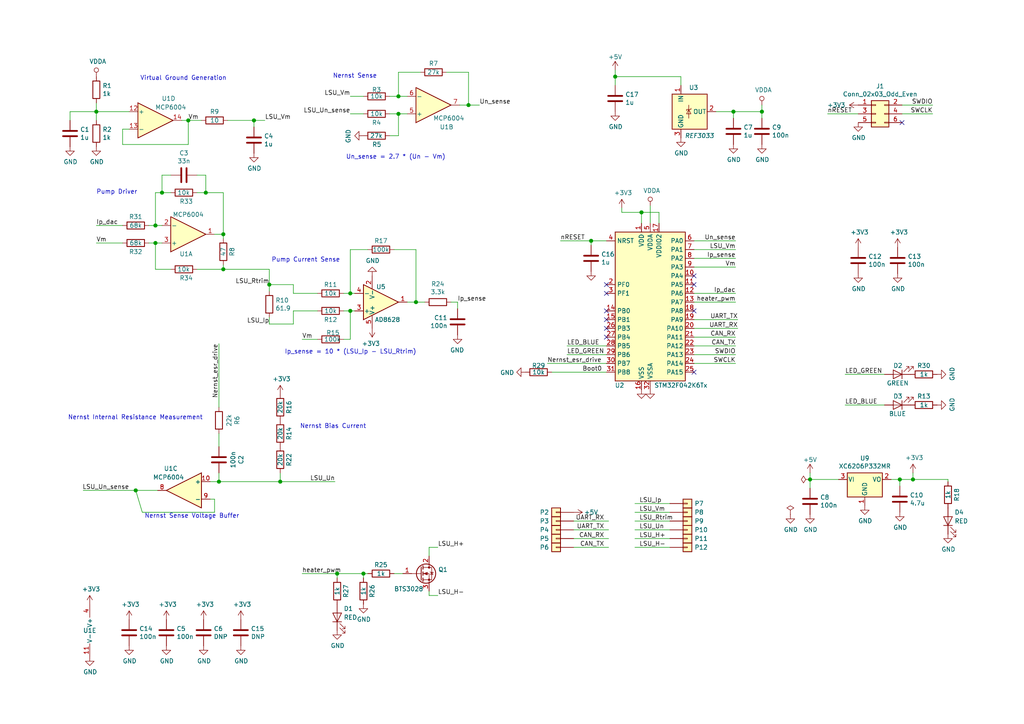
<source format=kicad_sch>
(kicad_sch (version 20210126) (generator eeschema)
  (paper "A4")
  (lib_symbols
    (symbol "Connector_Generic:Conn_02x03_Odd_Even" (pin_names (offset 1.016) hide)
      (property "Reference" "J" (at 1.27 5.08 0))
      (property "Value" "Conn_02x03_Odd_Even" (at 1.27 -5.08 0))
      (symbol "Conn_02x03_Odd_Even_1_1"
        (pin passive line (at -5.08 2.54 0) (length 3.81) (name "Pin_1") (number "1"))
        (pin passive line (at 7.62 2.54 180) (length 3.81) (name "Pin_2") (number "2"))
        (pin passive line (at -5.08 0 0) (length 3.81) (name "Pin_3") (number "3"))
        (pin passive line (at 7.62 0 180) (length 3.81) (name "Pin_4") (number "4"))
        (pin passive line (at -5.08 -2.54 0) (length 3.81) (name "Pin_5") (number "5"))
        (pin passive line (at 7.62 -2.54 180) (length 3.81) (name "Pin_6") (number "6"))
      )
    )
    (symbol "hellen-one-common:Pad" (pin_numbers hide) (pin_names (offset 1.016) hide)
      (property "Reference" "P" (at 2.54 0 0))
      (symbol "Pad_1_1"
        (pin passive line (at -5.08 0 0) (length 3.81) (name "Pin_1") (number "1"))
      )
    )
    (symbol "hellen1-wbo-rescue:+3.3V-power" (power) (pin_names (offset 0))
      (property "Value" "+3.3V-power" (at 0 3.556 0))
      (symbol "+3.3V-power_1_1"
        (pin power_in line (at 0 0 90) (length 0) hide (name "+3V3") (number "1"))
      )
    )
    (symbol "hellen1-wbo-rescue:+5V-power" (power) (pin_names (offset 0))
      (property "Value" "+5V-power" (at 0 3.556 0))
      (symbol "+5V-power_1_1"
        (pin power_in line (at 0 0 90) (length 0) hide (name "+5V") (number "1"))
      )
    )
    (symbol "hellen1-wbo-rescue:AD8603-Amplifier_Operational" (pin_names (offset 0.127))
      (property "Reference" "U" (at 0 5.08 0))
      (property "Value" "AD8603-Amplifier_Operational" (at 0 -5.08 0))
      (symbol "AD8603-Amplifier_Operational_0_1"
        (pin power_in line (at -2.54 -7.62 90) (length 3.81) (name "V-") (number "2"))
        (pin power_in line (at -2.54 7.62 270) (length 3.81) (name "V+") (number "5"))
      )
      (symbol "AD8603-Amplifier_Operational_1_1"
        (pin output line (at 7.62 0 180) (length 2.54) (name "~") (number "1"))
        (pin input line (at -7.62 2.54 0) (length 2.54) (name "+") (number "3"))
        (pin input line (at -7.62 -2.54 0) (length 2.54) (name "-") (number "4"))
      )
    )
    (symbol "hellen1-wbo-rescue:C-Device" (pin_numbers hide) (pin_names (offset 0.254))
      (property "Reference" "C" (at 0.635 2.54 0))
      (property "Value" "C-Device" (at 0.635 -2.54 0))
      (symbol "C-Device_1_1"
        (pin passive line (at 0 3.81 270) (length 2.794) (name "~") (number "1"))
        (pin passive line (at 0 -3.81 90) (length 2.794) (name "~") (number "2"))
      )
    )
    (symbol "hellen1-wbo-rescue:GND-power" (power) (pin_names (offset 0))
      (property "Value" "GND-power" (at 0 -3.81 0))
      (symbol "GND-power_1_1"
        (pin power_in line (at 0 0 270) (length 0) hide (name "GND") (number "1"))
      )
    )
    (symbol "hellen1-wbo-rescue:LED-Device" (pin_numbers hide) (pin_names (offset 1.016) hide)
      (property "Reference" "D" (at 0 2.54 0))
      (property "Value" "LED-Device" (at 0 -2.54 0))
      (symbol "LED-Device_1_1"
        (pin passive line (at -3.81 0 0) (length 2.54) (name "K") (number "1"))
        (pin passive line (at 3.81 0 180) (length 2.54) (name "A") (number "2"))
      )
    )
    (symbol "hellen1-wbo-rescue:MCP6004-Amplifier_Operational" (pin_names (offset 0.127))
      (property "Reference" "U" (at 0 5.08 0))
      (property "Value" "MCP6004-Amplifier_Operational" (at 0 -5.08 0))
      (symbol "MCP6004-Amplifier_Operational_1_1"
        (pin output line (at 7.62 0 180) (length 2.54) (name "~") (number "1"))
        (pin input line (at -7.62 -2.54 0) (length 2.54) (name "-") (number "2"))
        (pin input line (at -7.62 2.54 0) (length 2.54) (name "+") (number "3"))
      )
      (symbol "MCP6004-Amplifier_Operational_2_1"
        (pin input line (at -7.62 2.54 0) (length 2.54) (name "+") (number "5"))
        (pin input line (at -7.62 -2.54 0) (length 2.54) (name "-") (number "6"))
        (pin output line (at 7.62 0 180) (length 2.54) (name "~") (number "7"))
      )
      (symbol "MCP6004-Amplifier_Operational_3_1"
        (pin input line (at -7.62 2.54 0) (length 2.54) (name "+") (number "10"))
        (pin output line (at 7.62 0 180) (length 2.54) (name "~") (number "8"))
        (pin input line (at -7.62 -2.54 0) (length 2.54) (name "-") (number "9"))
      )
      (symbol "MCP6004-Amplifier_Operational_4_1"
        (pin input line (at -7.62 2.54 0) (length 2.54) (name "+") (number "12"))
        (pin input line (at -7.62 -2.54 0) (length 2.54) (name "-") (number "13"))
        (pin output line (at 7.62 0 180) (length 2.54) (name "~") (number "14"))
      )
      (symbol "MCP6004-Amplifier_Operational_5_1"
        (pin power_in line (at -2.54 -7.62 90) (length 3.81) (name "V-") (number "11"))
        (pin power_in line (at -2.54 7.62 270) (length 3.81) (name "V+") (number "4"))
      )
    )
    (symbol "hellen1-wbo-rescue:PWR_FLAG-power" (power) (pin_numbers hide) (pin_names (offset 0) hide)
      (property "Value" "PWR_FLAG-power" (at 0 3.81 0))
      (symbol "PWR_FLAG-power_0_0"
        (pin power_out line (at 0 0 90) (length 0) (name "pwr") (number "1"))
      )
    )
    (symbol "hellen1-wbo-rescue:Q_NMOS_GDS-Device" (pin_names (offset 0) hide)
      (property "Reference" "Q" (at 5.08 1.27 0))
      (property "Value" "Q_NMOS_GDS-Device" (at 5.08 -1.27 0))
      (symbol "Q_NMOS_GDS-Device_1_1"
        (pin input line (at -5.08 0 0) (length 2.54) (name "G") (number "1"))
        (pin passive line (at 2.54 5.08 270) (length 2.54) (name "D") (number "2"))
        (pin passive line (at 2.54 -5.08 90) (length 2.54) (name "S") (number "3"))
      )
    )
    (symbol "hellen1-wbo-rescue:R-Device" (pin_numbers hide) (pin_names (offset 0))
      (property "Reference" "R" (at 2.032 0 90))
      (property "Value" "R-Device" (at 0 0 90))
      (symbol "R-Device_1_1"
        (pin passive line (at 0 3.81 270) (length 1.27) (name "~") (number "1"))
        (pin passive line (at 0 -3.81 90) (length 1.27) (name "~") (number "2"))
      )
    )
    (symbol "hellen1-wbo-rescue:REF3033-Reference_Voltage" (pin_names (offset 0.254))
      (property "Reference" "U" (at 0 6.35 0))
      (property "Value" "REF3033-Reference_Voltage" (at 2.54 -6.35 0))
      (symbol "REF3033-Reference_Voltage_1_1"
        (pin power_in line (at -2.54 7.62 270) (length 2.54) (name "IN") (number "1"))
        (pin power_out line (at 7.62 0 180) (length 2.54) (name "OUT") (number "2"))
        (pin power_in line (at -2.54 -7.62 90) (length 2.54) (name "GND") (number "3"))
      )
    )
    (symbol "hellen1-wbo-rescue:STM32F042K6Tx-MCU_ST_STM32F0"
      (property "Reference" "U" (at -10.16 21.59 0))
      (property "Value" "STM32F042K6Tx-MCU_ST_STM32F0" (at 5.08 21.59 0))
      (symbol "STM32F042K6Tx-MCU_ST_STM32F0_1_1"
        (pin power_in line (at -2.54 22.86 270) (length 2.54) (name "VDD") (number "1"))
        (pin bidirectional line (at 12.7 7.62 180) (length 2.54) (name "PA4") (number "10"))
        (pin bidirectional line (at 12.7 5.08 180) (length 2.54) (name "PA5") (number "11"))
        (pin bidirectional line (at 12.7 2.54 180) (length 2.54) (name "PA6") (number "12"))
        (pin bidirectional line (at 12.7 0 180) (length 2.54) (name "PA7") (number "13"))
        (pin bidirectional line (at -12.7 -2.54 0) (length 2.54) (name "PB0") (number "14"))
        (pin bidirectional line (at -12.7 -5.08 0) (length 2.54) (name "PB1") (number "15"))
        (pin power_in line (at -2.54 -25.4 90) (length 2.54) (name "VSS") (number "16"))
        (pin power_in line (at 2.54 22.86 270) (length 2.54) (name "VDDIO2") (number "17"))
        (pin bidirectional line (at 12.7 -2.54 180) (length 2.54) (name "PA8") (number "18"))
        (pin bidirectional line (at 12.7 -5.08 180) (length 2.54) (name "PA9") (number "19"))
        (pin input line (at -12.7 5.08 0) (length 2.54) (name "PF0") (number "2"))
        (pin bidirectional line (at 12.7 -7.62 180) (length 2.54) (name "PA10") (number "20"))
        (pin bidirectional line (at 12.7 -10.16 180) (length 2.54) (name "PA11") (number "21"))
        (pin bidirectional line (at 12.7 -12.7 180) (length 2.54) (name "PA12") (number "22"))
        (pin bidirectional line (at 12.7 -15.24 180) (length 2.54) (name "PA13") (number "23"))
        (pin bidirectional line (at 12.7 -17.78 180) (length 2.54) (name "PA14") (number "24"))
        (pin bidirectional line (at 12.7 -20.32 180) (length 2.54) (name "PA15") (number "25"))
        (pin bidirectional line (at -12.7 -7.62 0) (length 2.54) (name "PB3") (number "26"))
        (pin bidirectional line (at -12.7 -10.16 0) (length 2.54) (name "PB4") (number "27"))
        (pin bidirectional line (at -12.7 -12.7 0) (length 2.54) (name "PB5") (number "28"))
        (pin bidirectional line (at -12.7 -15.24 0) (length 2.54) (name "PB6") (number "29"))
        (pin input line (at -12.7 2.54 0) (length 2.54) (name "PF1") (number "3"))
        (pin bidirectional line (at -12.7 -17.78 0) (length 2.54) (name "PB7") (number "30"))
        (pin bidirectional line (at -12.7 -20.32 0) (length 2.54) (name "PB8") (number "31"))
        (pin power_in line (at 0 -25.4 90) (length 2.54) (name "VSSA") (number "32"))
        (pin input line (at -12.7 17.78 0) (length 2.54) (name "NRST") (number "4"))
        (pin power_in line (at 0 22.86 270) (length 2.54) (name "VDDA") (number "5"))
        (pin bidirectional line (at 12.7 17.78 180) (length 2.54) (name "PA0") (number "6"))
        (pin bidirectional line (at 12.7 15.24 180) (length 2.54) (name "PA1") (number "7"))
        (pin bidirectional line (at 12.7 12.7 180) (length 2.54) (name "PA2") (number "8"))
        (pin bidirectional line (at 12.7 10.16 180) (length 2.54) (name "PA3") (number "9"))
      )
    )
    (symbol "hellen1-wbo-rescue:VDDA-power" (power) (pin_names (offset 0))
      (property "Value" "VDDA-power" (at 0 3.81 0))
      (symbol "VDDA-power_1_1"
        (pin power_in line (at 0 0 90) (length 0) hide (name "VDDA") (number "1"))
      )
    )
    (symbol "hellen1-wbo-rescue:XC6206PxxxMR-Regulator_Linear" (pin_names (offset 0.254))
      (property "Reference" "U" (at -3.81 3.175 0))
      (property "Value" "XC6206PxxxMR-Regulator_Linear" (at 0 3.175 0))
      (symbol "XC6206PxxxMR-Regulator_Linear_1_1"
        (pin power_in line (at 0 -7.62 90) (length 2.54) (name "GND") (number "1"))
        (pin power_out line (at 7.62 0 180) (length 2.54) (name "VO") (number "2"))
        (pin power_in line (at -7.62 0 0) (length 2.54) (name "VI") (number "3"))
      )
    )
  )
  (junction (at 27.94 32.385) (diameter 1.016))
  (junction (at 39.37 142.24) (diameter 1.016))
  (junction (at 45.085 65.405) (diameter 1.016))
  (junction (at 45.085 70.485) (diameter 1.016))
  (junction (at 46.99 55.88) (diameter 1.016))
  (junction (at 54.61 34.925) (diameter 1.016))
  (junction (at 59.69 55.88) (diameter 1.016))
  (junction (at 63.5 139.7) (diameter 1.016))
  (junction (at 64.77 67.945) (diameter 1.016))
  (junction (at 64.77 78.105) (diameter 1.016))
  (junction (at 73.66 34.925) (diameter 1.016))
  (junction (at 78.105 82.55) (diameter 1.016))
  (junction (at 81.28 139.7) (diameter 1.016))
  (junction (at 97.79 166.37) (diameter 1.016))
  (junction (at 101.6 85.09) (diameter 1.016))
  (junction (at 101.6 90.17) (diameter 1.016))
  (junction (at 105.41 166.37) (diameter 1.016))
  (junction (at 115.57 27.94) (diameter 1.016))
  (junction (at 115.57 33.02) (diameter 1.016))
  (junction (at 120.65 87.63) (diameter 1.016))
  (junction (at 135.89 30.48) (diameter 1.016))
  (junction (at 171.45 69.85) (diameter 1.016))
  (junction (at 178.435 22.225) (diameter 1.016))
  (junction (at 186.055 61.595) (diameter 1.016))
  (junction (at 212.725 32.385) (diameter 1.016))
  (junction (at 220.98 32.385) (diameter 1.016))
  (junction (at 234.95 139.065) (diameter 1.016))
  (junction (at 260.985 139.065) (diameter 1.016))
  (junction (at 264.795 139.065) (diameter 1.016))
  (no_connect (at 175.895 82.55))
  (no_connect (at 175.895 85.09))
  (no_connect (at 175.895 90.17))
  (no_connect (at 175.895 92.71))
  (no_connect (at 175.895 95.25))
  (no_connect (at 175.895 97.79))
  (no_connect (at 201.295 80.01))
  (no_connect (at 201.295 82.55))
  (no_connect (at 201.295 90.17))
  (no_connect (at 201.295 107.95))
  (no_connect (at 261.62 35.56))
  (wire (pts (xy 20.32 32.385) (xy 27.94 32.385)))
  (wire (pts (xy 20.32 34.925) (xy 20.32 32.385)))
  (wire (pts (xy 24.13 142.24) (xy 39.37 142.24)))
  (wire (pts (xy 27.94 29.845) (xy 27.94 32.385)))
  (wire (pts (xy 27.94 32.385) (xy 27.94 34.925)))
  (wire (pts (xy 27.94 32.385) (xy 37.465 32.385)))
  (wire (pts (xy 27.94 65.405) (xy 35.56 65.405)))
  (wire (pts (xy 27.94 70.485) (xy 35.56 70.485)))
  (wire (pts (xy 35.56 37.465) (xy 35.56 41.91)))
  (wire (pts (xy 35.56 41.91) (xy 54.61 41.91)))
  (wire (pts (xy 37.465 37.465) (xy 35.56 37.465)))
  (wire (pts (xy 39.37 142.24) (xy 41.275 148.59)))
  (wire (pts (xy 39.37 142.24) (xy 45.72 142.24)))
  (wire (pts (xy 41.275 148.59) (xy 62.23 148.59)))
  (wire (pts (xy 43.18 65.405) (xy 45.085 65.405)))
  (wire (pts (xy 43.18 70.485) (xy 45.085 70.485)))
  (wire (pts (xy 45.085 55.88) (xy 45.085 65.405)))
  (wire (pts (xy 45.085 55.88) (xy 46.99 55.88)))
  (wire (pts (xy 45.085 65.405) (xy 46.99 65.405)))
  (wire (pts (xy 45.085 70.485) (xy 46.99 70.485)))
  (wire (pts (xy 45.085 78.105) (xy 45.085 70.485)))
  (wire (pts (xy 46.99 50.8) (xy 46.99 55.88)))
  (wire (pts (xy 46.99 55.88) (xy 49.53 55.88)))
  (wire (pts (xy 49.53 50.8) (xy 46.99 50.8)))
  (wire (pts (xy 49.53 78.105) (xy 45.085 78.105)))
  (wire (pts (xy 54.61 34.925) (xy 52.705 34.925)))
  (wire (pts (xy 54.61 41.91) (xy 54.61 34.925)))
  (wire (pts (xy 57.15 50.8) (xy 59.69 50.8)))
  (wire (pts (xy 57.15 55.88) (xy 59.69 55.88)))
  (wire (pts (xy 57.15 78.105) (xy 64.77 78.105)))
  (wire (pts (xy 58.42 34.925) (xy 54.61 34.925)))
  (wire (pts (xy 59.69 50.8) (xy 59.69 55.88)))
  (wire (pts (xy 59.69 55.88) (xy 64.77 55.88)))
  (wire (pts (xy 60.96 139.7) (xy 63.5 139.7)))
  (wire (pts (xy 62.23 144.78) (xy 60.96 144.78)))
  (wire (pts (xy 62.23 148.59) (xy 62.23 144.78)))
  (wire (pts (xy 63.5 99.695) (xy 63.5 118.11)))
  (wire (pts (xy 63.5 129.54) (xy 63.5 125.73)))
  (wire (pts (xy 63.5 139.7) (xy 63.5 137.16)))
  (wire (pts (xy 63.5 139.7) (xy 81.28 139.7)))
  (wire (pts (xy 64.77 55.88) (xy 64.77 67.945)))
  (wire (pts (xy 64.77 67.945) (xy 62.23 67.945)))
  (wire (pts (xy 64.77 69.215) (xy 64.77 67.945)))
  (wire (pts (xy 64.77 78.105) (xy 64.77 76.835)))
  (wire (pts (xy 64.77 78.105) (xy 78.105 78.105)))
  (wire (pts (xy 73.66 34.925) (xy 66.04 34.925)))
  (wire (pts (xy 73.66 36.83) (xy 73.66 34.925)))
  (wire (pts (xy 76.835 34.925) (xy 73.66 34.925)))
  (wire (pts (xy 78.105 78.105) (xy 78.105 82.55)))
  (wire (pts (xy 78.105 82.55) (xy 85.09 82.55)))
  (wire (pts (xy 78.105 84.455) (xy 78.105 82.55)))
  (wire (pts (xy 78.105 92.075) (xy 78.105 93.98)))
  (wire (pts (xy 81.28 137.16) (xy 81.28 139.7)))
  (wire (pts (xy 81.28 139.7) (xy 97.155 139.7)))
  (wire (pts (xy 85.09 82.55) (xy 85.09 85.09)))
  (wire (pts (xy 85.09 85.09) (xy 92.075 85.09)))
  (wire (pts (xy 85.09 90.17) (xy 85.09 93.98)))
  (wire (pts (xy 85.09 93.98) (xy 78.105 93.98)))
  (wire (pts (xy 87.63 98.425) (xy 92.075 98.425)))
  (wire (pts (xy 87.63 166.37) (xy 97.79 166.37)))
  (wire (pts (xy 92.075 90.17) (xy 85.09 90.17)))
  (wire (pts (xy 97.79 166.37) (xy 105.41 166.37)))
  (wire (pts (xy 97.79 167.64) (xy 97.79 166.37)))
  (wire (pts (xy 99.695 85.09) (xy 101.6 85.09)))
  (wire (pts (xy 99.695 90.17) (xy 101.6 90.17)))
  (wire (pts (xy 99.695 98.425) (xy 101.6 98.425)))
  (wire (pts (xy 101.6 27.94) (xy 105.41 27.94)))
  (wire (pts (xy 101.6 33.02) (xy 105.41 33.02)))
  (wire (pts (xy 101.6 72.39) (xy 101.6 85.09)))
  (wire (pts (xy 101.6 85.09) (xy 102.87 85.09)))
  (wire (pts (xy 101.6 90.17) (xy 101.6 98.425)))
  (wire (pts (xy 101.6 90.17) (xy 102.87 90.17)))
  (wire (pts (xy 105.41 166.37) (xy 105.41 167.64)))
  (wire (pts (xy 106.68 72.39) (xy 101.6 72.39)))
  (wire (pts (xy 106.68 166.37) (xy 105.41 166.37)))
  (wire (pts (xy 113.03 33.02) (xy 115.57 33.02)))
  (wire (pts (xy 114.3 72.39) (xy 120.65 72.39)))
  (wire (pts (xy 115.57 20.955) (xy 121.92 20.955)))
  (wire (pts (xy 115.57 27.94) (xy 113.03 27.94)))
  (wire (pts (xy 115.57 27.94) (xy 115.57 20.955)))
  (wire (pts (xy 115.57 33.02) (xy 118.11 33.02)))
  (wire (pts (xy 115.57 39.37) (xy 113.03 39.37)))
  (wire (pts (xy 115.57 39.37) (xy 115.57 33.02)))
  (wire (pts (xy 116.84 166.37) (xy 114.3 166.37)))
  (wire (pts (xy 118.11 27.94) (xy 115.57 27.94)))
  (wire (pts (xy 120.65 72.39) (xy 120.65 87.63)))
  (wire (pts (xy 120.65 87.63) (xy 118.11 87.63)))
  (wire (pts (xy 120.65 87.63) (xy 123.19 87.63)))
  (wire (pts (xy 124.46 158.75) (xy 127 158.75)))
  (wire (pts (xy 124.46 161.29) (xy 124.46 158.75)))
  (wire (pts (xy 124.46 171.45) (xy 124.46 172.72)))
  (wire (pts (xy 124.46 172.72) (xy 127 172.72)))
  (wire (pts (xy 129.54 20.955) (xy 135.89 20.955)))
  (wire (pts (xy 132.715 87.63) (xy 130.81 87.63)))
  (wire (pts (xy 132.715 89.535) (xy 132.715 87.63)))
  (wire (pts (xy 135.89 20.955) (xy 135.89 30.48)))
  (wire (pts (xy 135.89 30.48) (xy 133.35 30.48)))
  (wire (pts (xy 139.065 30.48) (xy 135.89 30.48)))
  (wire (pts (xy 158.75 105.41) (xy 175.895 105.41)))
  (wire (pts (xy 160.02 107.95) (xy 175.895 107.95)))
  (wire (pts (xy 164.465 100.33) (xy 175.895 100.33)))
  (wire (pts (xy 164.465 102.87) (xy 175.895 102.87)))
  (wire (pts (xy 171.45 69.85) (xy 162.56 69.85)))
  (wire (pts (xy 171.45 71.12) (xy 171.45 69.85)))
  (wire (pts (xy 175.895 69.85) (xy 171.45 69.85)))
  (wire (pts (xy 176.53 151.13) (xy 166.37 151.13)))
  (wire (pts (xy 176.53 153.67) (xy 166.37 153.67)))
  (wire (pts (xy 176.53 156.21) (xy 166.37 156.21)))
  (wire (pts (xy 176.53 158.75) (xy 166.37 158.75)))
  (wire (pts (xy 178.435 22.225) (xy 178.435 20.32)))
  (wire (pts (xy 178.435 24.765) (xy 178.435 22.225)))
  (wire (pts (xy 180.34 61.595) (xy 180.34 60.325)))
  (wire (pts (xy 180.34 61.595) (xy 186.055 61.595)))
  (wire (pts (xy 184.15 146.05) (xy 194.31 146.05)))
  (wire (pts (xy 184.15 148.59) (xy 194.31 148.59)))
  (wire (pts (xy 184.15 151.13) (xy 194.31 151.13)))
  (wire (pts (xy 184.15 153.67) (xy 194.31 153.67)))
  (wire (pts (xy 184.15 156.21) (xy 194.31 156.21)))
  (wire (pts (xy 184.15 158.75) (xy 194.31 158.75)))
  (wire (pts (xy 186.055 61.595) (xy 191.135 61.595)))
  (wire (pts (xy 186.055 64.77) (xy 186.055 61.595)))
  (wire (pts (xy 188.595 64.77) (xy 188.595 59.69)))
  (wire (pts (xy 191.135 61.595) (xy 191.135 64.77)))
  (wire (pts (xy 197.485 22.225) (xy 178.435 22.225)))
  (wire (pts (xy 197.485 24.765) (xy 197.485 22.225)))
  (wire (pts (xy 201.295 69.85) (xy 213.36 69.85)))
  (wire (pts (xy 201.295 74.93) (xy 213.36 74.93)))
  (wire (pts (xy 201.295 95.25) (xy 213.995 95.25)))
  (wire (pts (xy 201.295 100.33) (xy 213.36 100.33)))
  (wire (pts (xy 201.295 102.87) (xy 213.36 102.87)))
  (wire (pts (xy 207.645 32.385) (xy 212.725 32.385)))
  (wire (pts (xy 212.725 32.385) (xy 212.725 34.29)))
  (wire (pts (xy 212.725 32.385) (xy 220.98 32.385)))
  (wire (pts (xy 213.36 72.39) (xy 201.295 72.39)))
  (wire (pts (xy 213.36 77.47) (xy 201.295 77.47)))
  (wire (pts (xy 213.36 85.09) (xy 201.295 85.09)))
  (wire (pts (xy 213.36 87.63) (xy 201.295 87.63)))
  (wire (pts (xy 213.36 97.79) (xy 201.295 97.79)))
  (wire (pts (xy 213.36 105.41) (xy 201.295 105.41)))
  (wire (pts (xy 213.995 92.71) (xy 201.295 92.71)))
  (wire (pts (xy 220.98 30.48) (xy 220.98 32.385)))
  (wire (pts (xy 220.98 32.385) (xy 220.98 34.29)))
  (wire (pts (xy 234.95 137.16) (xy 234.95 139.065)))
  (wire (pts (xy 234.95 139.065) (xy 234.95 141.605)))
  (wire (pts (xy 240.03 33.02) (xy 248.92 33.02)))
  (wire (pts (xy 243.205 139.065) (xy 234.95 139.065)))
  (wire (pts (xy 245.11 108.585) (xy 256.54 108.585)))
  (wire (pts (xy 245.11 117.475) (xy 256.54 117.475)))
  (wire (pts (xy 260.985 139.065) (xy 258.445 139.065)))
  (wire (pts (xy 260.985 140.97) (xy 260.985 139.065)))
  (wire (pts (xy 261.62 30.48) (xy 270.51 30.48)))
  (wire (pts (xy 264.795 137.16) (xy 264.795 139.065)))
  (wire (pts (xy 264.795 139.065) (xy 260.985 139.065)))
  (wire (pts (xy 264.795 139.065) (xy 274.955 139.065)))
  (wire (pts (xy 270.51 33.02) (xy 261.62 33.02)))
  (wire (pts (xy 274.955 139.065) (xy 274.955 139.7)))
  (text "Nernst Internal Resistance Measurement" (at 19.685 121.92 0) (effects (font (size 1.27 1.27)) (justify left bottom)))
  (text "Pump Driver" (at 27.94 56.515 0) (effects (font (size 1.27 1.27)) (justify left bottom)))
  (text "Virtual Ground Generation" (at 40.64 23.495 0) (effects (font (size 1.27 1.27)) (justify left bottom)))
  (text "Nernst Sense Voltage Buffer" (at 41.91 150.495 0) (effects (font (size 1.27 1.27)) (justify left bottom)))
  (text "Pump Current Sense" (at 78.74 76.2 0) (effects (font (size 1.27 1.27)) (justify left bottom)))
  (text "Ip_sense = 10 * (LSU_Ip - LSU_Rtrim)" (at 82.55 102.87 0) (effects (font (size 1.27 1.27)) (justify left bottom)))
  (text "Nernst Bias Current" (at 86.995 124.46 0) (effects (font (size 1.27 1.27)) (justify left bottom)))
  (text "Nernst Sense" (at 96.52 22.86 0) (effects (font (size 1.27 1.27)) (justify left bottom)))
  (text "Un_sense = 2.7 * (Un - Vm)" (at 100.33 46.355 0) (effects (font (size 1.27 1.27)) (justify left bottom)))
  (label "Ip_dac" (at 27.94 65.405 0))
  (label "Vm" (at 27.94 70.485 0))
  (label "LSU_Un_sense" (at 37.465 142.24 180))
  (label "Vm" (at 54.61 34.925 0))
  (label "Nernst_esr_drive" (at 63.5 99.695 270))
  (label "LSU_Vm" (at 76.835 34.925 0))
  (label "LSU_Rtrim" (at 78.105 82.55 180))
  (label "LSU_Ip" (at 78.105 93.98 180))
  (label "Vm" (at 87.63 98.425 0))
  (label "heater_pwm" (at 87.63 166.37 0))
  (label "LSU_Un" (at 97.155 139.7 180))
  (label "LSU_Vm" (at 101.6 27.94 180))
  (label "LSU_Un_sense" (at 101.6 33.02 180))
  (label "LSU_H+" (at 127 158.75 0))
  (label "LSU_H-" (at 127 172.72 0))
  (label "Ip_sense" (at 132.715 87.63 0))
  (label "Un_sense" (at 139.065 30.48 0))
  (label "Nernst_esr_drive" (at 158.75 105.41 0))
  (label "nRESET" (at 162.56 69.85 0))
  (label "LED_BLUE" (at 164.465 100.33 0))
  (label "LED_GREEN" (at 164.465 102.87 0))
  (label "Boot0" (at 168.91 107.95 0))
  (label "UART_RX" (at 175.26 151.13 180))
  (label "UART_TX" (at 175.26 153.67 180))
  (label "CAN_RX" (at 175.26 156.21 180))
  (label "CAN_TX" (at 175.26 158.75 180))
  (label "LSU_Ip" (at 185.42 146.05 0))
  (label "LSU_Vm" (at 185.42 148.59 0))
  (label "LSU_Rtrim" (at 185.42 151.13 0))
  (label "LSU_Un" (at 185.42 153.67 0))
  (label "LSU_H+" (at 185.42 156.21 0))
  (label "LSU_H-" (at 185.42 158.75 0))
  (label "Un_sense" (at 213.36 69.85 180))
  (label "LSU_Vm" (at 213.36 72.39 180))
  (label "Ip_sense" (at 213.36 74.93 180))
  (label "Vm" (at 213.36 77.47 180))
  (label "Ip_dac" (at 213.36 85.09 180))
  (label "heater_pwm" (at 213.36 87.63 180))
  (label "CAN_RX" (at 213.36 97.79 180))
  (label "CAN_TX" (at 213.36 100.33 180))
  (label "SWDIO" (at 213.36 102.87 180))
  (label "SWCLK" (at 213.36 105.41 180))
  (label "UART_TX" (at 213.995 92.71 180))
  (label "UART_RX" (at 213.995 95.25 180))
  (label "nRESET" (at 240.03 33.02 0))
  (label "LED_GREEN" (at 245.11 108.585 0))
  (label "LED_BLUE" (at 245.11 117.475 0))
  (label "SWDIO" (at 270.51 30.48 180))
  (label "SWCLK" (at 270.51 33.02 180))
  (symbol (lib_id "hellen1-wbo-rescue:PWR_FLAG-power") (at 229.235 149.225 0) (unit 1)
    (property "Reference" "#FLG0103" (effects hide))
    (property "Value" "PWR_FLAG" (effects hide))
  )
  (symbol (lib_id "hellen1-wbo-rescue:PWR_FLAG-power") (at 234.95 139.065 90) (unit 1)
    (property "Reference" "#FLG0101" (effects hide))
    (property "Value" "PWR_FLAG" (effects hide))
  )
  (symbol (lib_id "hellen1-wbo-rescue:VDDA-power") (at 27.94 22.225 0) (unit 1)
    (property "Reference" "#PWR0138" (effects hide))
    (property "Value" "VDDA" (at 28.3718 17.8308 0))
  )
  (symbol (lib_id "hellen1-wbo-rescue:VDDA-power") (at 188.595 59.69 0) (unit 1)
    (property "Reference" "#PWR0137" (effects hide))
    (property "Value" "VDDA" (at 189.0268 55.2958 0))
  )
  (symbol (lib_id "hellen1-wbo-rescue:VDDA-power") (at 220.98 30.48 0) (unit 1)
    (property "Reference" "#PWR0136" (effects hide))
    (property "Value" "VDDA" (at 221.4118 26.0858 0))
  )
  (symbol (lib_id "hellen1-wbo-rescue:+3.3V-power") (at 26.035 175.26 0) (unit 1)
    (property "Reference" "#PWR0104" (effects hide))
    (property "Value" "+3.3V" (at 26.416 170.8658 0))
  )
  (symbol (lib_id "hellen1-wbo-rescue:+3.3V-power") (at 37.465 179.705 0) (unit 1)
    (property "Reference" "#PWR0116" (effects hide))
    (property "Value" "+3.3V" (at 37.846 175.3108 0))
  )
  (symbol (lib_id "hellen1-wbo-rescue:+3.3V-power") (at 48.26 179.705 0) (unit 1)
    (property "Reference" "#PWR0128" (effects hide))
    (property "Value" "+3.3V" (at 48.641 175.3108 0))
  )
  (symbol (lib_id "hellen1-wbo-rescue:+3.3V-power") (at 59.055 179.705 0) (unit 1)
    (property "Reference" "#PWR0131" (effects hide))
    (property "Value" "+3.3V" (at 59.436 175.3108 0))
  )
  (symbol (lib_id "hellen1-wbo-rescue:+3.3V-power") (at 69.85 179.705 0) (unit 1)
    (property "Reference" "#PWR0133" (effects hide))
    (property "Value" "+3.3V" (at 70.231 175.3108 0))
  )
  (symbol (lib_id "hellen1-wbo-rescue:+3.3V-power") (at 81.28 114.3 0) (unit 1)
    (property "Reference" "#PWR0119" (effects hide))
    (property "Value" "+3.3V" (at 81.661 109.9058 0))
  )
  (symbol (lib_id "hellen1-wbo-rescue:+3.3V-power") (at 107.95 95.25 180) (unit 1)
    (property "Reference" "#PWR0102" (effects hide))
    (property "Value" "+3.3V" (at 107.569 99.6442 0))
  )
  (symbol (lib_id "hellen1-wbo-rescue:+5V-power") (at 166.37 148.59 270) (mirror x) (unit 1)
    (property "Reference" "#PWR0114" (effects hide))
    (property "Value" "+5V" (at 171.45 148.59 90))
  )
  (symbol (lib_id "hellen1-wbo-rescue:+5V-power") (at 178.435 20.32 0) (unit 1)
    (property "Reference" "#PWR0135" (effects hide))
    (property "Value" "+5V" (at 178.435 16.51 0))
  )
  (symbol (lib_id "hellen1-wbo-rescue:+3.3V-power") (at 180.34 60.325 0) (unit 1)
    (property "Reference" "#PWR020" (effects hide))
    (property "Value" "+3.3V" (at 180.721 55.9308 0))
  )
  (symbol (lib_id "hellen1-wbo-rescue:+5V-power") (at 234.95 137.16 0) (unit 1)
    (property "Reference" "#PWR023" (effects hide))
    (property "Value" "+5V" (at 234.95 133.35 0))
  )
  (symbol (lib_id "hellen1-wbo-rescue:+3.3V-power") (at 248.92 30.48 90) (unit 1)
    (property "Reference" "#PWR0129" (effects hide))
    (property "Value" "+3.3V" (at 242.57 30.48 90))
  )
  (symbol (lib_id "hellen1-wbo-rescue:+3.3V-power") (at 248.92 71.755 0) (unit 1)
    (property "Reference" "#PWR0110" (effects hide))
    (property "Value" "+3.3V" (at 249.301 67.3608 0))
  )
  (symbol (lib_id "hellen1-wbo-rescue:+3.3V-power") (at 260.35 71.755 0) (unit 1)
    (property "Reference" "#PWR0109" (effects hide))
    (property "Value" "+3.3V" (at 260.731 67.3608 0))
  )
  (symbol (lib_id "hellen1-wbo-rescue:+3.3V-power") (at 264.795 137.16 0) (unit 1)
    (property "Reference" "#PWR028" (effects hide))
    (property "Value" "+3.3V" (at 265.176 132.7658 0))
  )
  (symbol (lib_id "hellen1-wbo-rescue:GND-power") (at 20.32 42.545 0) (unit 1)
    (property "Reference" "#PWR01" (effects hide))
    (property "Value" "GND" (at 20.447 46.9392 0))
  )
  (symbol (lib_id "hellen1-wbo-rescue:GND-power") (at 26.035 190.5 0) (unit 1)
    (property "Reference" "#PWR0101" (effects hide))
    (property "Value" "GND" (at 26.162 194.8942 0))
  )
  (symbol (lib_id "hellen1-wbo-rescue:GND-power") (at 27.94 42.545 0) (unit 1)
    (property "Reference" "#PWR03" (effects hide))
    (property "Value" "GND" (at 28.067 46.9392 0))
  )
  (symbol (lib_id "hellen1-wbo-rescue:GND-power") (at 37.465 187.325 0) (unit 1)
    (property "Reference" "#PWR0117" (effects hide))
    (property "Value" "GND" (at 37.592 191.7192 0))
  )
  (symbol (lib_id "hellen1-wbo-rescue:GND-power") (at 48.26 187.325 0) (unit 1)
    (property "Reference" "#PWR0127" (effects hide))
    (property "Value" "GND" (at 48.387 191.7192 0))
  )
  (symbol (lib_id "hellen1-wbo-rescue:GND-power") (at 59.055 187.325 0) (unit 1)
    (property "Reference" "#PWR0130" (effects hide))
    (property "Value" "GND" (at 59.182 191.7192 0))
  )
  (symbol (lib_id "hellen1-wbo-rescue:GND-power") (at 69.85 187.325 0) (unit 1)
    (property "Reference" "#PWR0132" (effects hide))
    (property "Value" "GND" (at 69.977 191.7192 0))
  )
  (symbol (lib_id "hellen1-wbo-rescue:GND-power") (at 73.66 44.45 0) (unit 1)
    (property "Reference" "#PWR08" (effects hide))
    (property "Value" "GND" (at 73.787 48.8442 0))
  )
  (symbol (lib_id "hellen1-wbo-rescue:GND-power") (at 97.79 182.88 0) (unit 1)
    (property "Reference" "#PWR0118" (effects hide))
    (property "Value" "GND" (at 97.917 187.2742 0))
  )
  (symbol (lib_id "hellen1-wbo-rescue:GND-power") (at 105.41 39.37 270) (unit 1)
    (property "Reference" "#PWR04" (effects hide))
    (property "Value" "GND" (at 101.0158 39.497 0))
  )
  (symbol (lib_id "hellen1-wbo-rescue:GND-power") (at 105.41 175.26 0) (unit 1)
    (property "Reference" "#PWR0107" (effects hide))
    (property "Value" "GND" (at 105.537 179.6542 0))
  )
  (symbol (lib_id "hellen1-wbo-rescue:GND-power") (at 107.95 80.01 0) (mirror x) (unit 1)
    (property "Reference" "#PWR0103" (effects hide))
    (property "Value" "GND" (at 108.077 75.6158 0))
  )
  (symbol (lib_id "hellen1-wbo-rescue:GND-power") (at 132.715 97.155 0) (mirror y) (unit 1)
    (property "Reference" "#PWR0106" (effects hide))
    (property "Value" "GND" (at 132.588 101.5492 0))
  )
  (symbol (lib_id "hellen1-wbo-rescue:GND-power") (at 152.4 107.95 270) (unit 1)
    (property "Reference" "#PWR0120" (effects hide))
    (property "Value" "GND" (at 149.1488 108.077 90) (effects (justify right)))
  )
  (symbol (lib_id "hellen1-wbo-rescue:GND-power") (at 171.45 78.74 0) (unit 1)
    (property "Reference" "#PWR0108" (effects hide))
    (property "Value" "GND" (effects hide))
  )
  (symbol (lib_id "hellen1-wbo-rescue:GND-power") (at 178.435 32.385 0) (unit 1)
    (property "Reference" "#PWR0139" (effects hide))
    (property "Value" "GND" (at 178.562 36.7792 0))
  )
  (symbol (lib_id "hellen1-wbo-rescue:GND-power") (at 186.055 113.03 0) (unit 1)
    (property "Reference" "#PWR0105" (effects hide))
    (property "Value" "GND" (effects hide))
  )
  (symbol (lib_id "hellen1-wbo-rescue:GND-power") (at 188.595 113.03 0) (unit 1)
    (property "Reference" "#PWR0126" (effects hide))
    (property "Value" "GND" (effects hide))
  )
  (symbol (lib_id "hellen1-wbo-rescue:GND-power") (at 197.485 40.005 0) (unit 1)
    (property "Reference" "#PWR0115" (effects hide))
    (property "Value" "GND" (at 197.612 44.3992 0))
  )
  (symbol (lib_id "hellen1-wbo-rescue:GND-power") (at 212.725 41.91 0) (unit 1)
    (property "Reference" "#PWR022" (effects hide))
    (property "Value" "GND" (at 212.852 46.3042 0))
  )
  (symbol (lib_id "hellen1-wbo-rescue:GND-power") (at 220.98 41.91 0) (unit 1)
    (property "Reference" "#PWR025" (effects hide))
    (property "Value" "GND" (at 221.107 46.3042 0))
  )
  (symbol (lib_id "hellen1-wbo-rescue:GND-power") (at 229.235 149.225 0) (unit 1)
    (property "Reference" "#PWR0121" (effects hide))
    (property "Value" "GND" (at 229.362 153.6192 0))
  )
  (symbol (lib_id "hellen1-wbo-rescue:GND-power") (at 234.95 149.225 0) (unit 1)
    (property "Reference" "#PWR024" (effects hide))
    (property "Value" "GND" (at 235.077 153.6192 0))
  )
  (symbol (lib_id "hellen1-wbo-rescue:GND-power") (at 248.92 35.56 0) (unit 1)
    (property "Reference" "#PWR02" (effects hide))
    (property "Value" "GND" (at 249.047 39.9542 0))
  )
  (symbol (lib_id "hellen1-wbo-rescue:GND-power") (at 248.92 79.375 0) (unit 1)
    (property "Reference" "#PWR0111" (effects hide))
    (property "Value" "GND" (at 249.047 83.7692 0))
  )
  (symbol (lib_id "hellen1-wbo-rescue:GND-power") (at 250.825 146.685 0) (unit 1)
    (property "Reference" "#PWR026" (effects hide))
    (property "Value" "GND" (at 250.952 151.0792 0))
  )
  (symbol (lib_id "hellen1-wbo-rescue:GND-power") (at 260.35 79.375 0) (unit 1)
    (property "Reference" "#PWR0112" (effects hide))
    (property "Value" "GND" (at 260.477 83.7692 0))
  )
  (symbol (lib_id "hellen1-wbo-rescue:GND-power") (at 260.985 148.59 0) (unit 1)
    (property "Reference" "#PWR027" (effects hide))
    (property "Value" "GND" (at 261.112 152.9842 0))
  )
  (symbol (lib_id "hellen1-wbo-rescue:GND-power") (at 271.78 108.585 90) (unit 1)
    (property "Reference" "#PWR0122" (effects hide))
    (property "Value" "GND" (at 276.1742 108.458 0))
  )
  (symbol (lib_id "hellen1-wbo-rescue:GND-power") (at 271.78 117.475 90) (unit 1)
    (property "Reference" "#PWR0123" (effects hide))
    (property "Value" "GND" (at 276.1742 117.348 0))
  )
  (symbol (lib_id "hellen1-wbo-rescue:GND-power") (at 274.955 154.94 0) (unit 1)
    (property "Reference" "#PWR0134" (effects hide))
    (property "Value" "GND" (at 275.082 159.3342 0))
  )
  (symbol (lib_id "hellen-one-common:Pad") (at 161.29 148.59 0) (mirror y) (unit 1)
    (property "Reference" "P2" (at 159.2579 148.59 0) (effects (justify left)))
    (property "Value" "Pad" (effects hide))
    (property "Footprint" "footprints:MODULE-PAD-SMD_0.25x0.5" (effects hide))
  )
  (symbol (lib_id "hellen-one-common:Pad") (at 161.29 151.13 0) (mirror y) (unit 1)
    (property "Reference" "P3" (at 159.2579 151.13 0) (effects (justify left)))
    (property "Value" "Pad" (effects hide))
    (property "Footprint" "footprints:MODULE-PAD-SMD_0.25x0.5" (effects hide))
  )
  (symbol (lib_id "hellen-one-common:Pad") (at 161.29 153.67 0) (mirror y) (unit 1)
    (property "Reference" "P4" (at 159.2579 153.67 0) (effects (justify left)))
    (property "Value" "Pad" (effects hide))
    (property "Footprint" "footprints:MODULE-PAD-SMD_0.25x0.5" (effects hide))
  )
  (symbol (lib_id "hellen-one-common:Pad") (at 161.29 156.21 0) (mirror y) (unit 1)
    (property "Reference" "P5" (at 159.2579 156.21 0) (effects (justify left)))
    (property "Value" "Pad" (effects hide))
    (property "Footprint" "footprints:MODULE-PAD-SMD_0.25x0.5" (effects hide))
  )
  (symbol (lib_id "hellen-one-common:Pad") (at 161.29 158.75 0) (mirror y) (unit 1)
    (property "Reference" "P6" (at 159.2579 158.75 0) (effects (justify left)))
    (property "Value" "Pad" (effects hide))
    (property "Footprint" "footprints:MODULE-PAD-SMD_0.25x0.5" (effects hide))
  )
  (symbol (lib_id "hellen-one-common:Pad") (at 199.39 146.05 0) (mirror x) (unit 1)
    (property "Reference" "P7" (at 201.4221 146.05 0) (effects (justify left)))
    (property "Value" "Pad" (effects hide))
    (property "Footprint" "footprints:MODULE-PAD-SMD_0.25x0.5" (effects hide))
  )
  (symbol (lib_id "hellen-one-common:Pad") (at 199.39 148.59 0) (mirror x) (unit 1)
    (property "Reference" "P8" (at 201.4221 148.59 0) (effects (justify left)))
    (property "Value" "Pad" (effects hide))
    (property "Footprint" "footprints:MODULE-PAD-SMD_0.25x0.5" (effects hide))
  )
  (symbol (lib_id "hellen-one-common:Pad") (at 199.39 151.13 0) (mirror x) (unit 1)
    (property "Reference" "P9" (at 201.4221 151.13 0) (effects (justify left)))
    (property "Value" "Pad" (effects hide))
    (property "Footprint" "footprints:MODULE-PAD-SMD_0.25x0.5" (effects hide))
  )
  (symbol (lib_id "hellen-one-common:Pad") (at 199.39 153.67 0) (mirror x) (unit 1)
    (property "Reference" "P10" (at 201.4221 153.67 0) (effects (justify left)))
    (property "Value" "Pad" (effects hide))
    (property "Footprint" "footprints:MODULE-PAD-SMD_0.25x0.5" (effects hide))
  )
  (symbol (lib_id "hellen-one-common:Pad") (at 199.39 156.21 0) (mirror x) (unit 1)
    (property "Reference" "P11" (at 201.4221 156.21 0) (effects (justify left)))
    (property "Value" "Pad" (effects hide))
    (property "Footprint" "footprints:MODULE-PAD-SMD_3.0" (effects hide))
  )
  (symbol (lib_id "hellen-one-common:Pad") (at 199.39 158.75 0) (mirror x) (unit 1)
    (property "Reference" "P12" (at 201.4221 158.75 0) (effects (justify left)))
    (property "Value" "Pad" (effects hide))
    (property "Footprint" "footprints:MODULE-PAD-SMD_3.0" (effects hide))
  )
  (symbol (lib_id "hellen1-wbo-rescue:R-Device") (at 27.94 26.035 0) (unit 1)
    (property "Reference" "R1" (at 29.718 24.8666 0) (effects (justify left)))
    (property "Value" "1k" (at 29.718 27.178 0) (effects (justify left)))
    (property "Footprint" "Resistor_SMD:R_0402_1005Metric" (effects hide))
    (property "LCSC" "C11702" (effects hide))
  )
  (symbol (lib_id "hellen1-wbo-rescue:R-Device") (at 27.94 38.735 0) (unit 1)
    (property "Reference" "R2" (at 29.718 37.5666 0) (effects (justify left)))
    (property "Value" "1k" (at 29.718 39.878 0) (effects (justify left)))
    (property "Footprint" "Resistor_SMD:R_0402_1005Metric" (effects hide))
    (property "LCSC" "C11702" (effects hide))
  )
  (symbol (lib_id "hellen1-wbo-rescue:R-Device") (at 39.37 65.405 90) (unit 1)
    (property "Reference" "R31" (at 39.37 62.865 90))
    (property "Value" "68k" (at 39.37 65.405 90))
    (property "Footprint" "Resistor_SMD:R_0402_1005Metric" (effects hide))
    (property "LCSC" "C36871" (effects hide))
  )
  (symbol (lib_id "hellen1-wbo-rescue:R-Device") (at 39.37 70.485 270) (unit 1)
    (property "Reference" "R32" (at 39.37 73.025 90))
    (property "Value" "68k" (at 39.37 70.485 90))
    (property "Footprint" "Resistor_SMD:R_0402_1005Metric" (effects hide))
    (property "LCSC" "C36871" (effects hide))
  )
  (symbol (lib_id "hellen1-wbo-rescue:R-Device") (at 53.34 55.88 270) (unit 1)
    (property "Reference" "R33" (at 52.07 58.42 90) (effects (justify left)))
    (property "Value" "10k" (at 51.435 55.88 90) (effects (justify left)))
    (property "Footprint" "Resistor_SMD:R_0402_1005Metric" (effects hide))
    (property "LCSC" "C25744" (effects hide))
  )
  (symbol (lib_id "hellen1-wbo-rescue:R-Device") (at 53.34 78.105 270) (unit 1)
    (property "Reference" "R34" (at 52.07 80.645 90) (effects (justify left)))
    (property "Value" "10k" (at 51.435 78.105 90) (effects (justify left)))
    (property "Footprint" "Resistor_SMD:R_0402_1005Metric" (effects hide))
    (property "LCSC" "C25744" (effects hide))
  )
  (symbol (lib_id "hellen1-wbo-rescue:R-Device") (at 62.23 34.925 270) (unit 1)
    (property "Reference" "R9" (at 62.23 32.385 90))
    (property "Value" "10" (at 62.23 34.925 90))
    (property "Footprint" "Resistor_SMD:R_0402_1005Metric" (effects hide))
    (property "LCSC" "C25077" (effects hide))
  )
  (symbol (lib_id "hellen1-wbo-rescue:R-Device") (at 63.5 121.92 180) (unit 1)
    (property "Reference" "R6" (at 68.7578 121.92 90))
    (property "Value" "22k" (at 66.4464 121.92 90))
    (property "Footprint" "Resistor_SMD:R_0402_1005Metric" (effects hide))
    (property "LCSC" "C25768" (effects hide))
  )
  (symbol (lib_id "hellen1-wbo-rescue:R-Device") (at 64.77 73.025 180) (unit 1)
    (property "Reference" "R8" (at 67.31 73.025 90))
    (property "Value" "47" (at 64.77 73.025 90))
    (property "Footprint" "Resistor_SMD:R_0402_1005Metric" (effects hide))
    (property "LCSC" "C25118" (effects hide))
  )
  (symbol (lib_id "hellen1-wbo-rescue:R-Device") (at 78.105 88.265 0) (unit 1)
    (property "Reference" "R10" (at 79.883 87.0966 0) (effects (justify left)))
    (property "Value" "61.9" (at 79.883 89.408 0) (effects (justify left)))
    (property "Footprint" "Resistor_SMD:R_0603_1608Metric" (effects hide))
    (property "LCSC" "C23092" (effects hide))
  )
  (symbol (lib_id "hellen1-wbo-rescue:R-Device") (at 81.28 118.11 180) (unit 1)
    (property "Reference" "R16" (at 83.82 118.11 90))
    (property "Value" "20k" (at 81.28 118.11 90))
    (property "Footprint" "Resistor_SMD:R_0402_1005Metric" (effects hide))
    (property "LCSC" "C25765" (effects hide))
  )
  (symbol (lib_id "hellen1-wbo-rescue:R-Device") (at 81.28 125.73 180) (unit 1)
    (property "Reference" "R14" (at 83.82 125.73 90))
    (property "Value" "20k" (at 81.28 125.73 90))
    (property "Footprint" "Resistor_SMD:R_0402_1005Metric" (effects hide))
    (property "LCSC" "C25765" (effects hide))
  )
  (symbol (lib_id "hellen1-wbo-rescue:R-Device") (at 81.28 133.35 180) (unit 1)
    (property "Reference" "R22" (at 83.82 133.35 90))
    (property "Value" "20k" (at 81.28 133.35 90))
    (property "Footprint" "Resistor_SMD:R_0402_1005Metric" (effects hide))
    (property "LCSC" "C25765" (effects hide))
  )
  (symbol (lib_id "hellen1-wbo-rescue:R-Device") (at 95.885 85.09 270) (unit 1)
    (property "Reference" "R11" (at 95.885 82.55 90))
    (property "Value" "10k" (at 95.885 85.09 90))
    (property "Footprint" "Resistor_SMD:R_0402_1005Metric" (effects hide))
    (property "LCSC" "C25744" (effects hide))
  )
  (symbol (lib_id "hellen1-wbo-rescue:R-Device") (at 95.885 90.17 270) (unit 1)
    (property "Reference" "R12" (at 95.885 92.71 90))
    (property "Value" "10k" (at 95.885 90.17 90))
    (property "Footprint" "Resistor_SMD:R_0402_1005Metric" (effects hide))
    (property "LCSC" "C25744" (effects hide))
  )
  (symbol (lib_id "hellen1-wbo-rescue:R-Device") (at 95.885 98.425 270) (unit 1)
    (property "Reference" "R15" (at 94.615 96.52 90) (effects (justify left)))
    (property "Value" "100k" (at 93.98 98.425 90) (effects (justify left)))
    (property "Footprint" "Resistor_SMD:R_0402_1005Metric" (effects hide))
    (property "LCSC" "C25741" (effects hide))
  )
  (symbol (lib_id "hellen1-wbo-rescue:R-Device") (at 97.79 171.45 180) (unit 1)
    (property "Reference" "R27" (at 100.33 171.45 90))
    (property "Value" "1k" (at 97.79 171.45 90))
    (property "Footprint" "Resistor_SMD:R_0402_1005Metric" (effects hide))
    (property "LCSC" "C11702" (effects hide))
  )
  (symbol (lib_id "hellen1-wbo-rescue:R-Device") (at 105.41 171.45 180) (unit 1)
    (property "Reference" "R26" (at 107.95 171.45 90))
    (property "Value" "1k" (at 105.41 171.45 90))
    (property "Footprint" "Resistor_SMD:R_0402_1005Metric" (effects hide))
    (property "LCSC" "C11702" (effects hide))
  )
  (symbol (lib_id "hellen1-wbo-rescue:R-Device") (at 109.22 27.94 90) (unit 1)
    (property "Reference" "R3" (at 109.22 26.035 90))
    (property "Value" "10k" (at 109.22 27.94 90))
    (property "Footprint" "Resistor_SMD:R_0402_1005Metric" (effects hide))
    (property "LCSC" "C25744" (effects hide))
  )
  (symbol (lib_id "hellen1-wbo-rescue:R-Device") (at 109.22 33.02 90) (unit 1)
    (property "Reference" "R4" (at 109.22 35.56 90))
    (property "Value" "10k" (at 109.22 33.02 90))
    (property "Footprint" "Resistor_SMD:R_0402_1005Metric" (effects hide))
    (property "LCSC" "C25744" (effects hide))
  )
  (symbol (lib_id "hellen1-wbo-rescue:R-Device") (at 109.22 39.37 270) (unit 1)
    (property "Reference" "R5" (at 107.95 41.91 90) (effects (justify left)))
    (property "Value" "27k" (at 107.315 39.37 90) (effects (justify left)))
    (property "Footprint" "Resistor_SMD:R_0402_1005Metric" (effects hide))
    (property "LCSC" "C25771" (effects hide))
  )
  (symbol (lib_id "hellen1-wbo-rescue:R-Device") (at 110.49 72.39 270) (unit 1)
    (property "Reference" "R17" (at 110.49 69.85 90))
    (property "Value" "100k" (at 110.49 72.39 90))
    (property "Footprint" "Resistor_SMD:R_0402_1005Metric" (effects hide))
    (property "LCSC" "C25741" (effects hide))
  )
  (symbol (lib_id "hellen1-wbo-rescue:R-Device") (at 110.49 166.37 270) (unit 1)
    (property "Reference" "R25" (at 110.49 163.83 90))
    (property "Value" "1k" (at 110.49 166.37 90))
    (property "Footprint" "Resistor_SMD:R_0402_1005Metric" (effects hide))
    (property "LCSC" "C11702" (effects hide))
  )
  (symbol (lib_id "hellen1-wbo-rescue:R-Device") (at 125.73 20.955 90) (unit 1)
    (property "Reference" "R7" (at 125.73 18.415 90))
    (property "Value" "27k" (at 125.73 20.955 90))
    (property "Footprint" "Resistor_SMD:R_0402_1005Metric" (effects hide))
    (property "LCSC" "C25771" (effects hide))
  )
  (symbol (lib_id "hellen1-wbo-rescue:R-Device") (at 127 87.63 90) (mirror x) (unit 1)
    (property "Reference" "R24" (at 127 82.3722 90))
    (property "Value" "3.3k" (at 127 84.6836 90))
    (property "Footprint" "Resistor_SMD:R_0402_1005Metric" (effects hide))
    (property "LCSC" "C25890" (effects hide))
  )
  (symbol (lib_id "hellen1-wbo-rescue:R-Device") (at 156.21 107.95 90) (unit 1)
    (property "Reference" "R29" (at 156.21 106.045 90))
    (property "Value" "10k" (at 156.21 107.95 90))
    (property "Footprint" "Resistor_SMD:R_0402_1005Metric" (effects hide))
    (property "LCSC" "C25744" (effects hide))
  )
  (symbol (lib_id "hellen1-wbo-rescue:R-Device") (at 267.97 108.585 270) (unit 1)
    (property "Reference" "R30" (at 267.97 106.045 90))
    (property "Value" "1k" (at 267.97 108.585 90))
    (property "Footprint" "Resistor_SMD:R_0402_1005Metric" (effects hide))
    (property "LCSC" "C11702" (effects hide))
  )
  (symbol (lib_id "hellen1-wbo-rescue:R-Device") (at 267.97 117.475 270) (unit 1)
    (property "Reference" "R13" (at 267.97 114.935 90))
    (property "Value" "1k" (at 267.97 117.475 90))
    (property "Footprint" "Resistor_SMD:R_0402_1005Metric" (effects hide))
    (property "LCSC" "C11702" (effects hide))
  )
  (symbol (lib_id "hellen1-wbo-rescue:R-Device") (at 274.955 143.51 180) (unit 1)
    (property "Reference" "R18" (at 277.495 143.51 90))
    (property "Value" "1k" (at 274.955 143.51 90))
    (property "Footprint" "Resistor_SMD:R_0402_1005Metric" (effects hide))
    (property "LCSC" "C11702" (effects hide))
  )
  (symbol (lib_id "hellen1-wbo-rescue:LED-Device") (at 97.79 179.07 90) (unit 1)
    (property "Reference" "D1" (at 99.695 176.53 90) (effects (justify right)))
    (property "Value" "RED" (at 99.695 179.07 90) (effects (justify right)))
    (property "Footprint" "LED_SMD:LED_0603_1608Metric" (effects hide))
    (property "LCSC" "C2286" (effects hide))
  )
  (symbol (lib_id "hellen1-wbo-rescue:LED-Device") (at 260.35 108.585 180) (unit 1)
    (property "Reference" "D2" (at 259.08 106.045 0) (effects (justify right)))
    (property "Value" "GREEN" (at 257.175 111.125 0) (effects (justify right)))
    (property "Footprint" "LED_SMD:LED_0603_1608Metric" (effects hide))
    (property "LCSC" "C72043" (effects hide))
  )
  (symbol (lib_id "hellen1-wbo-rescue:LED-Device") (at 260.35 117.475 180) (unit 1)
    (property "Reference" "D3" (at 259.08 114.935 0) (effects (justify right)))
    (property "Value" "BLUE" (at 257.81 120.015 0) (effects (justify right)))
    (property "Footprint" "LED_SMD:LED_0603_1608Metric" (effects hide))
    (property "LCSC" "C72041" (effects hide))
  )
  (symbol (lib_id "hellen1-wbo-rescue:LED-Device") (at 274.955 151.13 90) (unit 1)
    (property "Reference" "D4" (at 276.86 148.59 90) (effects (justify right)))
    (property "Value" "RED" (at 276.86 151.13 90) (effects (justify right)))
    (property "Footprint" "LED_SMD:LED_0603_1608Metric" (effects hide))
    (property "LCSC" "C2286" (effects hide))
  )
  (symbol (lib_id "hellen1-wbo-rescue:MCP6004-Amplifier_Operational") (at 28.575 182.88 0) (unit 5)
    (property "Reference" "U1" (at 26.035 182.88 0))
    (property "Value" "MCP6004" (effects hide))
    (property "Footprint" "Package_SO:TSSOP-14_4.4x5mm_P0.65mm" (effects hide))
    (property "Datasheet" "http://ww1.microchip.com/downloads/en/DeviceDoc/21733j.pdf" (effects hide))
    (property "LCSC" "C50282" (effects hide))
  )
  (symbol (lib_id "hellen1-wbo-rescue:C-Device") (at 20.32 38.735 0) (unit 1)
    (property "Reference" "C1" (at 23.241 37.5666 0) (effects (justify left)))
    (property "Value" "1u" (at 23.241 39.878 0) (effects (justify left)))
    (property "Footprint" "Capacitor_SMD:C_0402_1005Metric" (effects hide))
    (property "LCSC" "C52923" (effects hide))
  )
  (symbol (lib_id "hellen1-wbo-rescue:C-Device") (at 37.465 183.515 0) (unit 1)
    (property "Reference" "C14" (at 40.386 182.3466 0) (effects (justify left)))
    (property "Value" "100n" (at 40.386 184.658 0) (effects (justify left)))
    (property "Footprint" "Capacitor_SMD:C_0402_1005Metric" (effects hide))
    (property "LCSC" "C1525" (effects hide))
  )
  (symbol (lib_id "hellen1-wbo-rescue:C-Device") (at 48.26 183.515 0) (unit 1)
    (property "Reference" "C5" (at 51.181 182.3466 0) (effects (justify left)))
    (property "Value" "100n" (at 51.181 184.658 0) (effects (justify left)))
    (property "Footprint" "Capacitor_SMD:C_0402_1005Metric" (effects hide))
    (property "LCSC" "C1525" (effects hide))
  )
  (symbol (lib_id "hellen1-wbo-rescue:C-Device") (at 53.34 50.8 270) (unit 1)
    (property "Reference" "C3" (at 53.34 44.3992 90))
    (property "Value" "33n" (at 53.34 46.7106 90))
    (property "Footprint" "Capacitor_SMD:C_0402_1005Metric" (effects hide))
    (property "LCSC" "C1585" (effects hide))
  )
  (symbol (lib_id "hellen1-wbo-rescue:C-Device") (at 59.055 183.515 0) (unit 1)
    (property "Reference" "C6" (at 61.976 182.3466 0) (effects (justify left)))
    (property "Value" "DNP" (at 61.976 184.658 0) (effects (justify left)))
    (property "Footprint" "Capacitor_SMD:C_0402_1005Metric" (effects hide))
  )
  (symbol (lib_id "hellen1-wbo-rescue:C-Device") (at 63.5 133.35 180) (unit 1)
    (property "Reference" "C2" (at 69.9008 133.35 90))
    (property "Value" "100n" (at 67.5894 133.35 90))
    (property "Footprint" "Capacitor_SMD:C_0402_1005Metric" (effects hide))
    (property "LCSC" "C1525" (effects hide))
  )
  (symbol (lib_id "hellen1-wbo-rescue:C-Device") (at 69.85 183.515 0) (unit 1)
    (property "Reference" "C15" (at 72.771 182.3466 0) (effects (justify left)))
    (property "Value" "DNP" (at 72.771 184.658 0) (effects (justify left)))
    (property "Footprint" "Capacitor_SMD:C_0402_1005Metric" (effects hide))
  )
  (symbol (lib_id "hellen1-wbo-rescue:C-Device") (at 73.66 40.64 0) (unit 1)
    (property "Reference" "C4" (at 76.581 39.4716 0) (effects (justify left)))
    (property "Value" "1u" (at 76.581 41.783 0) (effects (justify left)))
    (property "Footprint" "Capacitor_SMD:C_0402_1005Metric" (effects hide))
    (property "LCSC" "C52923" (effects hide))
  )
  (symbol (lib_id "hellen1-wbo-rescue:C-Device") (at 132.715 93.345 0) (mirror y) (unit 1)
    (property "Reference" "C11" (at 129.794 92.1766 0) (effects (justify left)))
    (property "Value" "100n" (at 129.794 94.488 0) (effects (justify left)))
    (property "Footprint" "Capacitor_SMD:C_0402_1005Metric" (effects hide))
    (property "LCSC" "C1525" (effects hide))
  )
  (symbol (lib_id "hellen1-wbo-rescue:C-Device") (at 171.45 74.93 0) (unit 1)
    (property "Reference" "C16" (at 174.371 73.7616 0) (effects (justify left)))
    (property "Value" "1u" (at 174.371 76.073 0) (effects (justify left)))
    (property "Footprint" "Capacitor_SMD:C_0402_1005Metric" (effects hide))
    (property "LCSC" "C52923" (effects hide))
  )
  (symbol (lib_id "hellen1-wbo-rescue:C-Device") (at 178.435 28.575 0) (unit 1)
    (property "Reference" "C17" (at 181.356 27.4066 0) (effects (justify left)))
    (property "Value" "1u" (at 181.356 29.718 0) (effects (justify left)))
    (property "Footprint" "Capacitor_SMD:C_0402_1005Metric" (effects hide))
    (property "LCSC" "C52923" (effects hide))
  )
  (symbol (lib_id "hellen1-wbo-rescue:C-Device") (at 212.725 38.1 0) (unit 1)
    (property "Reference" "C7" (at 215.646 36.9316 0) (effects (justify left)))
    (property "Value" "1u" (at 215.646 39.243 0) (effects (justify left)))
    (property "Footprint" "Capacitor_SMD:C_0402_1005Metric" (effects hide))
    (property "LCSC" "C52923" (effects hide))
  )
  (symbol (lib_id "hellen1-wbo-rescue:C-Device") (at 220.98 38.1 0) (unit 1)
    (property "Reference" "C9" (at 223.901 36.9316 0) (effects (justify left)))
    (property "Value" "100n" (at 223.901 39.243 0) (effects (justify left)))
    (property "Footprint" "Capacitor_SMD:C_0402_1005Metric" (effects hide))
    (property "LCSC" "C1525" (effects hide))
  )
  (symbol (lib_id "hellen1-wbo-rescue:C-Device") (at 234.95 145.415 0) (unit 1)
    (property "Reference" "C8" (at 237.871 144.2466 0) (effects (justify left)))
    (property "Value" "100n" (at 237.871 146.558 0) (effects (justify left)))
    (property "Footprint" "Capacitor_SMD:C_0402_1005Metric" (effects hide))
    (property "LCSC" "C1525" (effects hide))
  )
  (symbol (lib_id "hellen1-wbo-rescue:C-Device") (at 248.92 75.565 0) (unit 1)
    (property "Reference" "C12" (at 251.841 74.3966 0) (effects (justify left)))
    (property "Value" "100n" (at 251.841 76.708 0) (effects (justify left)))
    (property "Footprint" "Capacitor_SMD:C_0402_1005Metric" (effects hide))
    (property "LCSC" "C1525" (effects hide))
  )
  (symbol (lib_id "hellen1-wbo-rescue:C-Device") (at 260.35 75.565 0) (unit 1)
    (property "Reference" "C13" (at 263.271 74.3966 0) (effects (justify left)))
    (property "Value" "100n" (at 263.271 76.708 0) (effects (justify left)))
    (property "Footprint" "Capacitor_SMD:C_0402_1005Metric" (effects hide))
    (property "LCSC" "C1525" (effects hide))
  )
  (symbol (lib_id "hellen1-wbo-rescue:C-Device") (at 260.985 144.78 0) (unit 1)
    (property "Reference" "C10" (at 263.906 143.6116 0) (effects (justify left)))
    (property "Value" "4.7u" (at 263.906 145.923 0) (effects (justify left)))
    (property "Footprint" "Capacitor_SMD:C_0603_1608Metric" (effects hide))
    (property "LCSC" "C19666" (effects hide))
  )
  (symbol (lib_id "Connector_Generic:Conn_02x03_Odd_Even") (at 254 33.02 0) (unit 1) (in_bom no)
    (property "Reference" "J1" (at 255.27 24.9998 0))
    (property "Value" "Conn_02x03_Odd_Even" (at 255.27 27.2985 0))
    (property "Footprint" "Connector:Tag-Connect_TC2030-IDC-NL_2x03_P1.27mm_Vertical" (effects hide))
  )
  (symbol (lib_id "hellen1-wbo-rescue:Q_NMOS_GDS-Device") (at 121.92 166.37 0) (unit 1)
    (property "Reference" "Q1" (at 127.1016 165.2016 0) (effects (justify left)))
    (property "Value" "BTS3028" (at 114.3 170.815 0) (effects (justify left)))
    (property "Footprint" "Package_TO_SOT_SMD:TO-252-2" (effects hide))
    (property "LCSC" "C112639" (effects hide))
  )
  (symbol (lib_id "hellen1-wbo-rescue:XC6206PxxxMR-Regulator_Linear") (at 250.825 139.065 0) (unit 1)
    (property "Reference" "U9" (at 250.825 132.9182 0))
    (property "Value" "XC6206P332MR" (at 250.825 135.2296 0))
    (property "Footprint" "Package_TO_SOT_SMD:SOT-23" (effects hide))
    (property "Datasheet" "https://www.torexsemi.com/file/xc6206/XC6206.pdf" (effects hide))
    (property "LCSC" "C5446" (effects hide))
  )
  (symbol (lib_id "hellen1-wbo-rescue:MCP6004-Amplifier_Operational") (at 45.085 34.925 0) (unit 4)
    (property "Reference" "U1" (at 48.895 28.575 0))
    (property "Value" "MCP6004" (at 49.53 31.115 0))
    (property "Footprint" "Package_SO:TSSOP-14_4.4x5mm_P0.65mm" (effects hide))
    (property "Datasheet" "http://ww1.microchip.com/downloads/en/DeviceDoc/21733j.pdf" (effects hide))
    (property "LCSC" "C50282" (effects hide))
  )
  (symbol (lib_id "hellen1-wbo-rescue:MCP6004-Amplifier_Operational") (at 53.34 142.24 0) (mirror y) (unit 3)
    (property "Reference" "U1" (at 49.53 135.89 0))
    (property "Value" "MCP6004" (at 48.895 138.43 0))
    (property "Footprint" "Package_SO:TSSOP-14_4.4x5mm_P0.65mm" (effects hide))
    (property "Datasheet" "http://ww1.microchip.com/downloads/en/DeviceDoc/21733j.pdf" (effects hide))
    (property "LCSC" "C50282" (effects hide))
  )
  (symbol (lib_id "hellen1-wbo-rescue:MCP6004-Amplifier_Operational") (at 54.61 67.945 0) (mirror x) (unit 1)
    (property "Reference" "U1" (at 53.975 73.66 0))
    (property "Value" "MCP6004" (at 54.61 62.23 0))
    (property "Footprint" "Package_SO:TSSOP-14_4.4x5mm_P0.65mm" (effects hide))
    (property "Datasheet" "http://ww1.microchip.com/downloads/en/DeviceDoc/21733j.pdf" (effects hide))
    (property "LCSC" "C50282" (effects hide))
  )
  (symbol (lib_id "hellen1-wbo-rescue:MCP6004-Amplifier_Operational") (at 125.73 30.48 0) (mirror x) (unit 2)
    (property "Reference" "U1" (at 129.54 36.83 0))
    (property "Value" "MCP6004" (at 130.175 34.29 0))
    (property "Footprint" "Package_SO:TSSOP-14_4.4x5mm_P0.65mm" (effects hide))
    (property "Datasheet" "http://ww1.microchip.com/downloads/en/DeviceDoc/21733j.pdf" (effects hide))
    (property "LCSC" "C50282" (effects hide))
  )
  (symbol (lib_id "hellen1-wbo-rescue:REF3033-Reference_Voltage") (at 200.025 32.385 0) (unit 1)
    (property "Reference" "U3" (at 202.565 25.4 0) (effects (justify right)))
    (property "Value" "REF3033" (at 207.01 39.37 0) (effects (font italic) (justify right)))
    (property "Footprint" "Package_TO_SOT_SMD:SOT-23" (effects hide))
    (property "Datasheet" "http://www.ti.com/lit/ds/symlink/ref3033.pdf" (effects hide))
    (property "LCSC" "C36658" (effects hide))
  )
  (symbol (lib_id "hellen1-wbo-rescue:AD8603-Amplifier_Operational") (at 110.49 87.63 0) (mirror x) (unit 1)
    (property "Reference" "U5" (at 110.49 83.185 0))
    (property "Value" "AD8628" (at 112.395 92.71 0))
    (property "Footprint" "Package_TO_SOT_SMD:TSOT-23-5" (effects hide))
    (property "Datasheet" "https://www.analog.com/media/en/technical-documentation/data-sheets/AD8603_8607_8609.pdf" (effects hide))
    (property "LCSC" "C29309" (effects hide))
  )
  (symbol (lib_id "hellen1-wbo-rescue:STM32F042K6Tx-MCU_ST_STM32F0") (at 188.595 87.63 0) (unit 1)
    (property "Reference" "U2" (at 179.705 111.76 0))
    (property "Value" "STM32F042K6Tx" (at 197.485 111.76 0))
    (property "Footprint" "Package_QFP:LQFP-32_7x7mm_P0.8mm" (effects hide))
    (property "Datasheet" "http://www.st.com/st-web-ui/static/active/en/resource/technical/document/datasheet/DM00105814.pdf" (effects hide))
    (property "LCSC" "C69216" (effects hide))
  )
)
</source>
